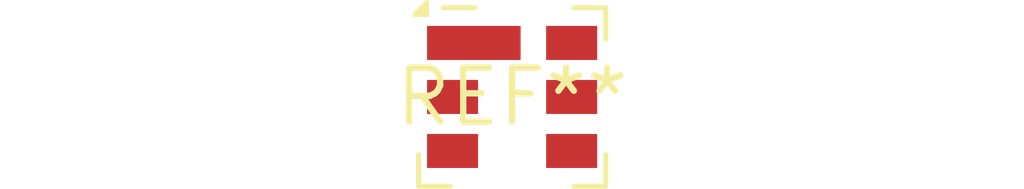
<source format=kicad_pcb>
(kicad_pcb (version 20240108) (generator pcbnew)
  (layers (0 "F.Cu" signal) (31 "B.Cu" signal) (34 "B.Paste" user) (35 "F.Paste" user) (36 "B.SilkS" user "B.Silkscreen") (37 "F.SilkS" user "F.Silkscreen") (38 "B.Mask" user) (39 "F.Mask" user) (44 "Edge.Cuts" user))
  (net 0 "")
  (footprint "Filter_SAW-6_3.8x3.8mm" (layer "F.Cu") (at 0 0)
    (property "Reference" "REF**")
    (property "Value" "Filter_SAW-6_3.8x3.8mm")
    (fp_line (start -2.2 2.1) (end -2.2 1.35) (layer "F.SilkS") (stroke (width 0.12)))
    (fp_line (start -2.2 2.1) (end -1.45 2.1) (layer "F.SilkS") (stroke (width 0.12)))
    (fp_line (start -1.625 -2.1) (end -0.875 -2.1) (layer "F.SilkS") (stroke (width 0.12)))
    (fp_line (start 2.2 -2.1) (end 1.45 -2.1) (layer "F.SilkS") (stroke (width 0.12)))
    (fp_line (start 2.2 -2.1) (end 2.2 -1.35) (layer "F.SilkS") (stroke (width 0.12)))
    (fp_line (start 2.2 2.1) (end 1.45 2.1) (layer "F.SilkS") (stroke (width 0.12)))
    (fp_line (start 2.2 2.1) (end 2.2 1.35) (layer "F.SilkS") (stroke (width 0.12)))
    (fp_poly (pts (xy -2.01 -1.94) (xy -2.29 -1.94) (xy -2.01 -2.22) (xy -2.01 -1.94)) (layer "F.SilkS") (stroke (width 0.12)) (fill solid))
    (pad "1" smd rect (at -0.9 -1.27) (size 2.2 0.8) (layers "F.Cu" "F.Paste" "F.Mask"))
    (pad "2" smd rect (at -1.4 0) (size 1.2 0.8) (layers "F.Cu" "F.Paste" "F.Mask"))
    (pad "3" smd rect (at -1.4 1.27) (size 1.2 0.8) (layers "F.Cu" "F.Paste" "F.Mask"))
    (pad "4" smd rect (at 1.4 1.27) (size 1.2 0.8) (layers "F.Cu" "F.Paste" "F.Mask"))
    (pad "5" smd rect (at 1.4 0) (size 1.2 0.8) (layers "F.Cu" "F.Paste" "F.Mask"))
    (pad "6" smd rect (at 1.4 -1.27) (size 1.2 0.8) (layers "F.Cu" "F.Paste" "F.Mask"))
  )
)
</source>
